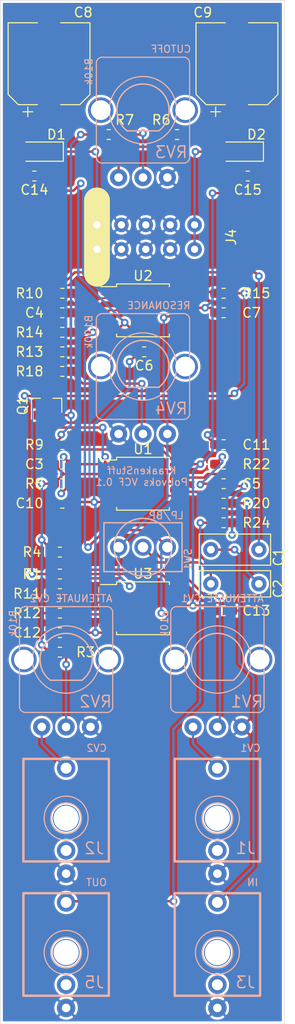
<source format=kicad_pcb>
(kicad_pcb (version 20171130) (host pcbnew "(5.1.5)-3")
  (layers (0 F.Cu signal) (31 B.Cu signal) (34 B.Paste user) (35 F.Paste user) (36 B.SilkS user) (37 F.SilkS user) (38 B.Mask user) (39 F.Mask user) (44 Edge.Cuts user))
  (net 0 "")
  (net 1 "Net-(C1-Pad1)")
  (net 2 "Net-(C1-Pad2)")
  (net 3 "Net-(C2-Pad1)")
  (net 4 "Net-(C2-Pad2)")
  (net 5 "Net-(C3-Pad2)")
  (net 6 "Net-(C3-Pad1)")
  (net 7 "Net-(C4-Pad1)")
  (net 8 "Net-(C4-Pad2)")
  (net 9 "Net-(C5-Pad1)")
  (net 10 "Net-(C5-Pad2)")
  (net 11 GND)
  (net 12 "Net-(D1-Pad1)")
  (net 13 "Net-(D2-Pad2)")
  (net 14 "Net-(J1-PadTN)")
  (net 15 "Net-(J1-PadT)")
  (net 16 "Net-(J2-PadTN)")
  (net 17 "Net-(J2-PadT)")
  (net 18 "Net-(J3-PadTN)")
  (net 19 "Net-(J5-PadT)")
  (net 20 "Net-(J5-PadTN)")
  (net 21 "Net-(Q1-Pad3)")
  (net 22 "Net-(R1-Pad1)")
  (net 23 "Net-(R3-Pad2)")
  (net 24 "Net-(R4-Pad2)")
  (net 25 "Net-(R6-Pad1)")
  (net 26 +12V)
  (net 27 "Net-(R7-Pad2)")
  (net 28 "Net-(R11-Pad1)")
  (net 29 "Net-(R11-Pad2)")
  (net 30 "Net-(R15-Pad1)")
  (net 31 "Net-(R18-Pad1)")
  (net 32 "Net-(U2-Pad1)")
  (net 33 -12V)
  (net 34 "Net-(U2-Pad5)")
  (net 35 "Net-(U3-Pad5)")
  (net 36 "Net-(U3-Pad1)")
  (module Capacitor_THT:C_Rect_L7.2mm_W3.0mm_P5.00mm_FKS2_FKP2_MKS2_MKP2 (layer F.Cu) (at 277.876 74.168 180)
    (fp_text reference C1 (at -2.032 -0.762 90) (layer F.SilkS))
    (fp_text value 220n)
    (pad 1 thru_hole circle (at 0 0 180) (size 1.6 1.6) (drill 0.8) (layers *.Cu *.Mask) (net 1 "Net-(C1-Pad1)"))
    (pad 2 thru_hole circle (at 5 0 180) (size 1.6 1.6) (drill 0.8) (layers *.Cu *.Mask) (net 2 "Net-(C1-Pad2)"))
  )
  (module Capacitor_THT:C_Rect_L7.2mm_W2.5mm_P5.00mm_FKS2_FKP2_MKS2_MKP2 (layer F.Cu) (at 277.876 77.724 180)
    (fp_text reference C2 (at -2.032 -0.508 90) (layer F.SilkS))
    (fp_text value 100n)
    (pad 1 thru_hole circle (at 0 0 180) (size 1.6 1.6) (drill 0.8) (layers *.Cu *.Mask) (net 3 "Net-(C2-Pad1)"))
    (pad 2 thru_hole circle (at 5 0 180) (size 1.6 1.6) (drill 0.8) (layers *.Cu *.Mask) (net 4 "Net-(C2-Pad2)"))
  )
  (module Capacitor_SMD:C_0603_1608Metric_Pad1.05x0.95mm_HandSolder (layer F.Cu) (at 257.415 65.278 180)
    (fp_text reference C3 (at 2.907 0) (layer F.SilkS))
    (fp_text value 100p)
    (pad 2 smd roundrect (at 0.875 0 180) (size 1.05 0.95) (layers F.Cu F.Paste F.Mask) (net 5 "Net-(C3-Pad2)"))
    (pad 1 smd roundrect (at -0.875 0 180) (size 1.05 0.95) (layers F.Cu F.Paste F.Mask) (net 6 "Net-(C3-Pad1)"))
  )
  (module Capacitor_SMD:C_0603_1608Metric_Pad1.05x0.95mm_HandSolder (layer F.Cu) (at 257.415 49.53)
    (fp_text reference C4 (at -2.907 0) (layer F.SilkS))
    (fp_text value 100p)
    (pad 1 smd roundrect (at -0.875 0) (size 1.05 0.95) (layers F.Cu F.Paste F.Mask) (net 7 "Net-(C4-Pad1)"))
    (pad 2 smd roundrect (at 0.875 0) (size 1.05 0.95) (layers F.Cu F.Paste F.Mask) (net 8 "Net-(C4-Pad2)"))
  )
  (module Capacitor_SMD:C_0603_1608Metric_Pad1.05x0.95mm_HandSolder (layer F.Cu) (at 274.207 67.31 180)
    (fp_text reference C5 (at -2.907 0) (layer F.SilkS))
    (fp_text value 100p)
    (pad 2 smd roundrect (at 0.875 0 180) (size 1.05 0.95) (layers F.Cu F.Paste F.Mask) (net 10 "Net-(C5-Pad2)"))
    (pad 1 smd roundrect (at -0.875 0 180) (size 1.05 0.95) (layers F.Cu F.Paste F.Mask) (net 9 "Net-(C5-Pad1)"))
  )
  (module Capacitor_SMD:C_0603_1608Metric_Pad1.05x0.95mm_HandSolder (layer F.Cu) (at 265.938 53.594 180)
    (fp_text reference C6 (at 0 -1.43) (layer F.SilkS))
    (fp_text value 100n)
    (pad 2 smd roundrect (at 0.875 0 180) (size 1.05 0.95) (layers F.Cu F.Paste F.Mask) (net 33 -12V))
    (pad 1 smd roundrect (at -0.875 0 180) (size 1.05 0.95) (layers F.Cu F.Paste F.Mask) (net 11 GND))
  )
  (module Capacitor_SMD:C_0603_1608Metric_Pad1.05x0.95mm_HandSolder (layer F.Cu) (at 274.207 49.53)
    (fp_text reference C7 (at 2.907 0) (layer F.SilkS))
    (fp_text value 100n)
    (pad 1 smd roundrect (at -0.875 0) (size 1.05 0.95) (layers F.Cu F.Paste F.Mask) (net 26 +12V))
    (pad 2 smd roundrect (at 0.875 0) (size 1.05 0.95) (layers F.Cu F.Paste F.Mask) (net 11 GND))
  )
  (module Capacitor_SMD:CP_Elec_8x6.9 (layer F.Cu) (at 256.032 23.622 90)
    (fp_text reference C8 (at 5.334 3.556 180) (layer F.SilkS))
    (fp_text value 10u)
    (pad 1 smd roundrect (at -3.475 0 90) (size 4.15 1.9) (layers F.Cu F.Paste F.Mask) (roundrect_rratio 0.131579) (net 11 GND))
    (pad 2 smd roundrect (at 3.475 0 90) (size 4.15 1.9) (layers F.Cu F.Paste F.Mask) (roundrect_rratio 0.131579) (net 33 -12V))
  )
  (module Capacitor_SMD:CP_Elec_8x6.9 (layer F.Cu) (at 275.59 23.622 90)
    (fp_text reference C9 (at 5.334 -3.556 180) (layer F.SilkS))
    (fp_text value 10u)
    (pad 2 smd roundrect (at 3.475 0 90) (size 4.15 1.9) (layers F.Cu F.Paste F.Mask) (roundrect_rratio 0.131579) (net 11 GND))
    (pad 1 smd roundrect (at -3.475 0 90) (size 4.15 1.9) (layers F.Cu F.Paste F.Mask) (roundrect_rratio 0.131579) (net 26 +12V))
  )
  (module Capacitor_SMD:C_0603_1608Metric_Pad1.05x0.95mm_HandSolder (layer F.Cu) (at 257.415 69.342)
    (fp_text reference C10 (at -3.415 0) (layer F.SilkS))
    (fp_text value 100n)
    (pad 2 smd roundrect (at 0.875 0) (size 1.05 0.95) (layers F.Cu F.Paste F.Mask) (net 33 -12V))
    (pad 1 smd roundrect (at -0.875 0) (size 1.05 0.95) (layers F.Cu F.Paste F.Mask) (net 11 GND))
  )
  (module Capacitor_SMD:C_0603_1608Metric_Pad1.05x0.95mm_HandSolder (layer F.Cu) (at 274.207 63.246)
    (fp_text reference C11 (at 3.415 0) (layer F.SilkS))
    (fp_text value 100n)
    (pad 1 smd roundrect (at -0.875 0) (size 1.05 0.95) (layers F.Cu F.Paste F.Mask) (net 26 +12V))
    (pad 2 smd roundrect (at 0.875 0) (size 1.05 0.95) (layers F.Cu F.Paste F.Mask) (net 11 GND))
  )
  (module Capacitor_SMD:C_0603_1608Metric_Pad1.05x0.95mm_HandSolder (layer F.Cu) (at 257.161 82.804)
    (fp_text reference C12 (at -3.415 0) (layer F.SilkS))
    (fp_text value 100n)
    (pad 2 smd roundrect (at 0.875 0) (size 1.05 0.95) (layers F.Cu F.Paste F.Mask) (net 33 -12V))
    (pad 1 smd roundrect (at -0.875 0) (size 1.05 0.95) (layers F.Cu F.Paste F.Mask) (net 11 GND))
  )
  (module Capacitor_SMD:C_0603_1608Metric_Pad1.05x0.95mm_HandSolder (layer F.Cu) (at 274.207 80.518)
    (fp_text reference C13 (at 3.415 0) (layer F.SilkS))
    (fp_text value 100n)
    (pad 1 smd roundrect (at -0.875 0) (size 1.05 0.95) (layers F.Cu F.Paste F.Mask) (net 26 +12V))
    (pad 2 smd roundrect (at 0.875 0) (size 1.05 0.95) (layers F.Cu F.Paste F.Mask) (net 11 GND))
  )
  (module Capacitor_SMD:C_0603_1608Metric_Pad1.05x0.95mm_HandSolder (layer F.Cu) (at 254.508 35.306 180)
    (fp_text reference C14 (at 0 -1.43) (layer F.SilkS))
    (fp_text value 100n)
    (pad 2 smd roundrect (at 0.875 0 180) (size 1.05 0.95) (layers F.Cu F.Paste F.Mask) (net 33 -12V))
    (pad 1 smd roundrect (at -0.875 0 180) (size 1.05 0.95) (layers F.Cu F.Paste F.Mask) (net 11 GND))
  )
  (module Capacitor_SMD:C_0603_1608Metric_Pad1.05x0.95mm_HandSolder (layer F.Cu) (at 276.719 35.306 180)
    (fp_text reference C15 (at 0 -1.43) (layer F.SilkS))
    (fp_text value 100n)
    (pad 1 smd roundrect (at -0.875 0 180) (size 1.05 0.95) (layers F.Cu F.Paste F.Mask) (net 26 +12V))
    (pad 2 smd roundrect (at 0.875 0 180) (size 1.05 0.95) (layers F.Cu F.Paste F.Mask) (net 11 GND))
  )
  (module Kraakenstuff:PJ301M-12 (layer B.Cu) (at 273.557837 102.108 270)
    (fp_text reference J1 (at 3.81 -4.064163 180) (layer B.SilkS) (effects (font (size 1.2065 1.2065) (thickness 0.1524)) (justify left bottom mirror)))
    (fp_text value CV1 (at -6.858 -4.572163 180) (layer B.SilkS) (effects (font (size 0.75 0.75) (thickness 0.12)) (justify left bottom mirror)))
    (pad "" np_thru_hole circle (at 0 0 270) (size 2.8 2.8) (drill 2.6) (layers *.Cu *.Mask))
    (pad TN thru_hole circle (at 3.3528 0 270) (size 1.9304 1.9304) (drill 1.143) (layers *.Cu *.Mask) (net 14 "Net-(J1-PadTN)"))
    (pad S thru_hole circle (at 5.7658 0 270) (size 1.9304 1.9304) (drill 0.889) (layers *.Cu *.Mask) (net 11 GND))
    (pad T thru_hole circle (at -5.207 0 270) (size 1.9304 1.9304) (drill 1.143) (layers *.Cu *.Mask) (net 15 "Net-(J1-PadT)"))
  )
  (module Kraakenstuff:PJ301M-12 (layer B.Cu) (at 257.809837 102.108 270)
    (fp_text reference J2 (at 3.8354 -4.064163 180) (layer B.SilkS) (effects (font (size 1.2065 1.2065) (thickness 0.1524)) (justify left bottom mirror)))
    (fp_text value CV2 (at -6.858 -4.318163 180) (layer B.SilkS) (effects (font (size 0.75 0.75) (thickness 0.12)) (justify left bottom mirror)))
    (pad "" np_thru_hole circle (at 0 0 270) (size 2.8 2.8) (drill 2.6) (layers *.Cu *.Mask))
    (pad TN thru_hole circle (at 3.3528 0 270) (size 1.9304 1.9304) (drill 1.143) (layers *.Cu *.Mask) (net 16 "Net-(J2-PadTN)"))
    (pad S thru_hole circle (at 5.7658 0 270) (size 1.9304 1.9304) (drill 0.889) (layers *.Cu *.Mask) (net 11 GND))
    (pad T thru_hole circle (at -5.207 0 270) (size 1.9304 1.9304) (drill 1.143) (layers *.Cu *.Mask) (net 17 "Net-(J2-PadT)"))
  )
  (module Kraakenstuff:PJ301M-12 (layer B.Cu) (at 273.557837 116.078 270)
    (fp_text reference J3 (at 3.81 -4.064163 180) (layer B.SilkS) (effects (font (size 1.2065 1.2065) (thickness 0.1524)) (justify left bottom mirror)))
    (fp_text value IN (at -6.858 -4.318163 180) (layer B.SilkS) (effects (font (size 0.75 0.75) (thickness 0.12)) (justify left bottom mirror)))
    (pad T thru_hole circle (at -5.207 0 270) (size 1.9304 1.9304) (drill 1.143) (layers *.Cu *.Mask) (net 2 "Net-(C1-Pad2)"))
    (pad S thru_hole circle (at 5.7658 0 270) (size 1.9304 1.9304) (drill 0.889) (layers *.Cu *.Mask) (net 11 GND))
    (pad TN thru_hole circle (at 3.3528 0 270) (size 1.9304 1.9304) (drill 1.143) (layers *.Cu *.Mask) (net 18 "Net-(J3-PadTN)"))
    (pad "" np_thru_hole circle (at 0 0 270) (size 2.8 2.8) (drill 2.6) (layers *.Cu *.Mask))
  )
  (module Kraakenstuff:EuroHeader10 (layer F.Cu) (at 266.102501 41.656 90)
    (fp_text reference J4 (at 0 8.89 90) (layer F.SilkS))
    (fp_text value EuroPower)
    (pad 1 thru_hole rect (at -1.27 -5.08 90) (size 1.524 1.524) (drill 0.762) (layers *.Cu *.Mask) (net 12 "Net-(D1-Pad1)"))
    (pad 2 thru_hole circle (at 1.27 -5.08 90) (size 1.524 1.524) (drill 0.762) (layers *.Cu *.Mask) (net 12 "Net-(D1-Pad1)"))
    (pad 3 thru_hole circle (at -1.27 -2.54 90) (size 1.524 1.524) (drill 0.762) (layers *.Cu *.Mask) (net 11 GND))
    (pad 4 thru_hole circle (at 1.27 -2.54 90) (size 1.524 1.524) (drill 0.762) (layers *.Cu *.Mask) (net 11 GND))
    (pad 5 thru_hole circle (at -1.27 0 90) (size 1.524 1.524) (drill 0.762) (layers *.Cu *.Mask) (net 11 GND))
    (pad 6 thru_hole circle (at 1.27 0 90) (size 1.524 1.524) (drill 0.762) (layers *.Cu *.Mask) (net 11 GND))
    (pad 7 thru_hole circle (at -1.27 2.54 90) (size 1.524 1.524) (drill 0.762) (layers *.Cu *.Mask) (net 11 GND))
    (pad 8 thru_hole circle (at 1.27 2.54 90) (size 1.524 1.524) (drill 0.762) (layers *.Cu *.Mask) (net 11 GND))
    (pad 9 thru_hole circle (at -1.27 5.08 90) (size 1.524 1.524) (drill 0.762) (layers *.Cu *.Mask) (net 13 "Net-(D2-Pad2)"))
    (pad 10 thru_hole circle (at 1.27 5.08 90) (size 1.524 1.524) (drill 0.762) (layers *.Cu *.Mask) (net 13 "Net-(D2-Pad2)"))
  )
  (module Kraakenstuff:PJ301M-12 (layer B.Cu) (at 257.809837 116.078 270)
    (fp_text reference J5 (at 3.81 -4.064163 180) (layer B.SilkS) (effects (font (size 1.2065 1.2065) (thickness 0.1524)) (justify left bottom mirror)))
    (fp_text value OUT (at -6.858 -4.318163 180) (layer B.SilkS) (effects (font (size 0.75 0.75) (thickness 0.12)) (justify left bottom mirror)))
    (pad T thru_hole circle (at -5.207 0 270) (size 1.9304 1.9304) (drill 1.143) (layers *.Cu *.Mask) (net 19 "Net-(J5-PadT)"))
    (pad S thru_hole circle (at 5.7658 0 270) (size 1.9304 1.9304) (drill 0.889) (layers *.Cu *.Mask) (net 11 GND))
    (pad TN thru_hole circle (at 3.3528 0 270) (size 1.9304 1.9304) (drill 1.143) (layers *.Cu *.Mask) (net 20 "Net-(J5-PadTN)"))
    (pad "" np_thru_hole circle (at 0 0 270) (size 2.8 2.8) (drill 2.6) (layers *.Cu *.Mask))
  )
  (module Package_TO_SOT_SMD:SOT-23 (layer F.Cu) (at 255.778 59.182 90)
    (fp_text reference Q1 (at 0 -2.5 90) (layer F.SilkS))
    (fp_text value 2N3904)
    (pad 1 smd rect (at -1 -0.95 90) (size 0.9 0.8) (layers F.Cu F.Paste F.Mask) (net 6 "Net-(C3-Pad1)"))
    (pad 2 smd rect (at -1 0.95 90) (size 0.9 0.8) (layers F.Cu F.Paste F.Mask) (net 5 "Net-(C3-Pad2)"))
    (pad 3 smd rect (at 1 0 90) (size 0.9 0.8) (layers F.Cu F.Paste F.Mask) (net 21 "Net-(Q1-Pad3)"))
  )
  (module Resistor_SMD:R_0603_1608Metric_Pad1.05x0.95mm_HandSolder (layer F.Cu) (at 257.161 76.708 180)
    (fp_text reference R1 (at 2.907 0) (layer F.SilkS))
    (fp_text value 1M)
    (pad 1 smd roundrect (at -0.875 0 180) (size 1.05 0.95) (layers F.Cu F.Paste F.Mask) (net 22 "Net-(R1-Pad1)"))
    (pad 2 smd roundrect (at 0.875 0 180) (size 1.05 0.95) (layers F.Cu F.Paste F.Mask) (net 21 "Net-(Q1-Pad3)"))
  )
  (module Resistor_SMD:R_0603_1608Metric_Pad1.05x0.95mm_HandSolder (layer F.Cu) (at 257.161 84.836)
    (fp_text reference R3 (at 2.681 0) (layer F.SilkS))
    (fp_text value 100k)
    (pad 1 smd roundrect (at -0.875 0) (size 1.05 0.95) (layers F.Cu F.Paste F.Mask) (net 5 "Net-(C3-Pad2)"))
    (pad 2 smd roundrect (at 0.875 0) (size 1.05 0.95) (layers F.Cu F.Paste F.Mask) (net 23 "Net-(R3-Pad2)"))
  )
  (module Resistor_SMD:R_0603_1608Metric_Pad1.05x0.95mm_HandSolder (layer F.Cu) (at 257.161 74.422)
    (fp_text reference R4 (at -2.907 0) (layer F.SilkS))
    (fp_text value 100k)
    (pad 2 smd roundrect (at 0.875 0) (size 1.05 0.95) (layers F.Cu F.Paste F.Mask) (net 24 "Net-(R4-Pad2)"))
    (pad 1 smd roundrect (at -0.875 0) (size 1.05 0.95) (layers F.Cu F.Paste F.Mask) (net 5 "Net-(C3-Pad2)"))
  )
  (module Resistor_SMD:R_0603_1608Metric_Pad1.05x0.95mm_HandSolder (layer F.Cu) (at 269.353 30.988)
    (fp_text reference R6 (at -1.637 -1.524) (layer F.SilkS))
    (fp_text value 10k)
    (pad 1 smd roundrect (at -0.875 0) (size 1.05 0.95) (layers F.Cu F.Paste F.Mask) (net 25 "Net-(R6-Pad1)"))
    (pad 2 smd roundrect (at 0.875 0) (size 1.05 0.95) (layers F.Cu F.Paste F.Mask) (net 26 +12V))
  )
  (module Resistor_SMD:R_0603_1608Metric_Pad1.05x0.95mm_HandSolder (layer F.Cu) (at 262.241 30.988)
    (fp_text reference R7 (at 1.665 -1.524) (layer F.SilkS))
    (fp_text value 100k)
    (pad 2 smd roundrect (at 0.875 0) (size 1.05 0.95) (layers F.Cu F.Paste F.Mask) (net 27 "Net-(R7-Pad2)"))
    (pad 1 smd roundrect (at -0.875 0) (size 1.05 0.95) (layers F.Cu F.Paste F.Mask) (net 5 "Net-(C3-Pad2)"))
  )
  (module Resistor_SMD:R_0603_1608Metric_Pad1.05x0.95mm_HandSolder (layer F.Cu) (at 257.415 67.31 180)
    (fp_text reference R8 (at 2.907 0) (layer F.SilkS))
    (fp_text value 3.3k)
    (pad 2 smd roundrect (at 0.875 0 180) (size 1.05 0.95) (layers F.Cu F.Paste F.Mask) (net 5 "Net-(C3-Pad2)"))
    (pad 1 smd roundrect (at -0.875 0 180) (size 1.05 0.95) (layers F.Cu F.Paste F.Mask) (net 6 "Net-(C3-Pad1)"))
  )
  (module Resistor_SMD:R_0603_1608Metric_Pad1.05x0.95mm_HandSolder (layer F.Cu) (at 257.415 63.246)
    (fp_text reference R9 (at -2.907 0) (layer F.SilkS))
    (fp_text value 100k)
    (pad 1 smd roundrect (at -0.875 0) (size 1.05 0.95) (layers F.Cu F.Paste F.Mask) (net 5 "Net-(C3-Pad2)"))
    (pad 2 smd roundrect (at 0.875 0) (size 1.05 0.95) (layers F.Cu F.Paste F.Mask) (net 26 +12V))
  )
  (module Resistor_SMD:R_0603_1608Metric_Pad1.05x0.95mm_HandSolder (layer F.Cu) (at 257.415 47.498 180)
    (fp_text reference R10 (at 3.415 0) (layer F.SilkS))
    (fp_text value 47k)
    (pad 2 smd roundrect (at 0.875 0 180) (size 1.05 0.95) (layers F.Cu F.Paste F.Mask) (net 1 "Net-(C1-Pad1)"))
    (pad 1 smd roundrect (at -0.875 0 180) (size 1.05 0.95) (layers F.Cu F.Paste F.Mask) (net 7 "Net-(C4-Pad1)"))
  )
  (module Resistor_SMD:R_0603_1608Metric_Pad1.05x0.95mm_HandSolder (layer F.Cu) (at 257.161 78.74 180)
    (fp_text reference R11 (at 3.415 0) (layer F.SilkS))
    (fp_text value 47k)
    (pad 1 smd roundrect (at -0.875 0 180) (size 1.05 0.95) (layers F.Cu F.Paste F.Mask) (net 28 "Net-(R11-Pad1)"))
    (pad 2 smd roundrect (at 0.875 0 180) (size 1.05 0.95) (layers F.Cu F.Paste F.Mask) (net 29 "Net-(R11-Pad2)"))
  )
  (module Resistor_SMD:R_0603_1608Metric_Pad1.05x0.95mm_HandSolder (layer F.Cu) (at 257.161 80.772)
    (fp_text reference R12 (at -3.415 0) (layer F.SilkS))
    (fp_text value 1k)
    (pad 2 smd roundrect (at 0.875 0) (size 1.05 0.95) (layers F.Cu F.Paste F.Mask) (net 29 "Net-(R11-Pad2)"))
    (pad 1 smd roundrect (at -0.875 0) (size 1.05 0.95) (layers F.Cu F.Paste F.Mask) (net 11 GND))
  )
  (module Resistor_SMD:R_0603_1608Metric_Pad1.05x0.95mm_HandSolder (layer F.Cu) (at 257.415 53.594 180)
    (fp_text reference R13 (at 3.415 0) (layer F.SilkS))
    (fp_text value 1k)
    (pad 1 smd roundrect (at -0.875 0 180) (size 1.05 0.95) (layers F.Cu F.Paste F.Mask) (net 11 GND))
    (pad 2 smd roundrect (at 0.875 0 180) (size 1.05 0.95) (layers F.Cu F.Paste F.Mask) (net 7 "Net-(C4-Pad1)"))
  )
  (module Resistor_SMD:R_0603_1608Metric_Pad1.05x0.95mm_HandSolder (layer F.Cu) (at 257.415 51.562)
    (fp_text reference R14 (at -3.415 0) (layer F.SilkS))
    (fp_text value 47k)
    (pad 2 smd roundrect (at 0.875 0) (size 1.05 0.95) (layers F.Cu F.Paste F.Mask) (net 8 "Net-(C4-Pad2)"))
    (pad 1 smd roundrect (at -0.875 0) (size 1.05 0.95) (layers F.Cu F.Paste F.Mask) (net 7 "Net-(C4-Pad1)"))
  )
  (module Resistor_SMD:R_0603_1608Metric_Pad1.05x0.95mm_HandSolder (layer F.Cu) (at 274.207 47.498)
    (fp_text reference R15 (at 3.415 0) (layer F.SilkS))
    (fp_text value 1M)
    (pad 2 smd roundrect (at 0.875 0) (size 1.05 0.95) (layers F.Cu F.Paste F.Mask) (net 21 "Net-(Q1-Pad3)"))
    (pad 1 smd roundrect (at -0.875 0) (size 1.05 0.95) (layers F.Cu F.Paste F.Mask) (net 30 "Net-(R15-Pad1)"))
  )
  (module Resistor_SMD:R_0603_1608Metric_Pad1.05x0.95mm_HandSolder (layer F.Cu) (at 257.415 55.626 180)
    (fp_text reference R18 (at 3.415 0) (layer F.SilkS))
    (fp_text value 33k)
    (pad 1 smd roundrect (at -0.875 0 180) (size 1.05 0.95) (layers F.Cu F.Paste F.Mask) (net 31 "Net-(R18-Pad1)"))
    (pad 2 smd roundrect (at 0.875 0 180) (size 1.05 0.95) (layers F.Cu F.Paste F.Mask) (net 7 "Net-(C4-Pad1)"))
  )
  (module Resistor_SMD:R_0603_1608Metric_Pad1.05x0.95mm_HandSolder (layer F.Cu) (at 274.207 69.342 180)
    (fp_text reference R20 (at -3.415 0) (layer F.SilkS))
    (fp_text value 100k)
    (pad 2 smd roundrect (at 0.875 0 180) (size 1.05 0.95) (layers F.Cu F.Paste F.Mask) (net 10 "Net-(C5-Pad2)"))
    (pad 1 smd roundrect (at -0.875 0 180) (size 1.05 0.95) (layers F.Cu F.Paste F.Mask) (net 3 "Net-(C2-Pad1)"))
  )
  (module Resistor_SMD:R_0603_1608Metric_Pad1.05x0.95mm_HandSolder (layer F.Cu) (at 274.207 65.278)
    (fp_text reference R22 (at 3.415 0) (layer F.SilkS))
    (fp_text value 100k)
    (pad 1 smd roundrect (at -0.875 0) (size 1.05 0.95) (layers F.Cu F.Paste F.Mask) (net 10 "Net-(C5-Pad2)"))
    (pad 2 smd roundrect (at 0.875 0) (size 1.05 0.95) (layers F.Cu F.Paste F.Mask) (net 9 "Net-(C5-Pad1)"))
  )
  (module Resistor_SMD:R_0603_1608Metric_Pad1.05x0.95mm_HandSolder (layer F.Cu) (at 274.207 71.374 180)
    (fp_text reference R24 (at -3.415 0) (layer F.SilkS))
    (fp_text value 1k)
    (pad 1 smd roundrect (at -0.875 0 180) (size 1.05 0.95) (layers F.Cu F.Paste F.Mask) (net 9 "Net-(C5-Pad1)"))
    (pad 2 smd roundrect (at 0.875 0 180) (size 1.05 0.95) (layers F.Cu F.Paste F.Mask) (net 19 "Net-(J5-PadT)"))
  )
  (module Kraakenstuff:POT-9MM-ALPHA (layer B.Cu) (at 273.558 85.598)
    (fp_text reference RV1 (at 1.27 5.08) (layer B.SilkS) (effects (font (size 1.2065 1.2065) (thickness 0.1524)) (justify right bottom mirror)))
    (fp_text value B10k (at -5.08 -2.286 90) (layer B.SilkS) (effects (font (size 0.75 0.75) (thickness 0.12)) (justify right bottom mirror)))
    (pad 5 thru_hole circle (at -4.394363 0.001843) (size 2.667 2.667) (drill 2.0574) (layers *.Cu *.Mask))
    (pad 4 thru_hole circle (at 4.394037 0.001843) (size 2.667 2.667) (drill 2.0574) (layers *.Cu *.Mask))
    (pad 1 thru_hole circle (at 2.539837 7.012243 90) (size 1.8034 1.8034) (drill 0.889) (layers *.Cu *.Mask) (net 11 GND))
    (pad 2 thru_hole circle (at -0.000163 7.012243 90) (size 1.8034 1.8034) (drill 0.889) (layers *.Cu *.Mask) (net 24 "Net-(R4-Pad2)"))
    (pad 3 thru_hole circle (at -2.540163 7.012243 90) (size 1.8034 1.8034) (drill 0.889) (layers *.Cu *.Mask) (net 15 "Net-(J1-PadT)"))
  )
  (module Kraakenstuff:POT-9MM-ALPHA (layer B.Cu) (at 257.81 85.598)
    (fp_text reference RV2 (at 1.27 5.08) (layer B.SilkS) (effects (font (size 1.2065 1.2065) (thickness 0.1524)) (justify right bottom mirror)))
    (fp_text value B10k (at -5.08 -2.286 90) (layer B.SilkS) (effects (font (size 0.75 0.75) (thickness 0.12)) (justify right bottom mirror)))
    (pad 3 thru_hole circle (at -2.540163 7.012243 90) (size 1.8034 1.8034) (drill 0.889) (layers *.Cu *.Mask) (net 17 "Net-(J2-PadT)"))
    (pad 2 thru_hole circle (at -0.000163 7.012243 90) (size 1.8034 1.8034) (drill 0.889) (layers *.Cu *.Mask) (net 23 "Net-(R3-Pad2)"))
    (pad 1 thru_hole circle (at 2.539837 7.012243 90) (size 1.8034 1.8034) (drill 0.889) (layers *.Cu *.Mask) (net 11 GND))
    (pad 4 thru_hole circle (at 4.394037 0.001843) (size 2.667 2.667) (drill 2.0574) (layers *.Cu *.Mask))
    (pad 5 thru_hole circle (at -4.394363 0.001843) (size 2.667 2.667) (drill 2.0574) (layers *.Cu *.Mask))
  )
  (module Kraakenstuff:POT-9MM-ALPHA (layer B.Cu) (at 265.811163 28.448)
    (fp_text reference RV3 (at 1.142837 5.08) (layer B.SilkS) (effects (font (size 1.2065 1.2065) (thickness 0.1524)) (justify right bottom mirror)))
    (fp_text value B10k (at -5.207163 -2.54 90) (layer B.SilkS) (effects (font (size 0.75 0.75) (thickness 0.12)) (justify right bottom mirror)))
    (pad 5 thru_hole circle (at -4.394363 0.001843) (size 2.667 2.667) (drill 2.0574) (layers *.Cu *.Mask))
    (pad 4 thru_hole circle (at 4.394037 0.001843) (size 2.667 2.667) (drill 2.0574) (layers *.Cu *.Mask))
    (pad 1 thru_hole circle (at 2.539837 7.012243 90) (size 1.8034 1.8034) (drill 0.889) (layers *.Cu *.Mask) (net 11 GND))
    (pad 2 thru_hole circle (at -0.000163 7.012243 90) (size 1.8034 1.8034) (drill 0.889) (layers *.Cu *.Mask) (net 27 "Net-(R7-Pad2)"))
    (pad 3 thru_hole circle (at -2.540163 7.012243 90) (size 1.8034 1.8034) (drill 0.889) (layers *.Cu *.Mask) (net 25 "Net-(R6-Pad1)"))
  )
  (module Kraakenstuff:POT-9MM-ALPHA (layer B.Cu) (at 265.811163 55.118)
    (fp_text reference RV4 (at 1.142837 5.08) (layer B.SilkS) (effects (font (size 1.2065 1.2065) (thickness 0.1524)) (justify right bottom mirror)))
    (fp_text value B100k (at -5.207163 -1.778 90) (layer B.SilkS) (effects (font (size 0.75 0.75) (thickness 0.12)) (justify right bottom mirror)))
    (pad 3 thru_hole circle (at -2.540163 7.012243 90) (size 1.8034 1.8034) (drill 0.889) (layers *.Cu *.Mask) (net 11 GND))
    (pad 2 thru_hole circle (at -0.000163 7.012243 90) (size 1.8034 1.8034) (drill 0.889) (layers *.Cu *.Mask) (net 31 "Net-(R18-Pad1)"))
    (pad 1 thru_hole circle (at 2.539837 7.012243 90) (size 1.8034 1.8034) (drill 0.889) (layers *.Cu *.Mask) (net 28 "Net-(R11-Pad1)"))
    (pad 4 thru_hole circle (at 4.394037 0.001843) (size 2.667 2.667) (drill 2.0574) (layers *.Cu *.Mask))
    (pad 5 thru_hole circle (at -4.394363 0.001843) (size 2.667 2.667) (drill 2.0574) (layers *.Cu *.Mask))
  )
  (module Kraakenstuff:SubSwitch_SPDT (layer B.Cu) (at 265.811 73.914 270)
    (fp_text reference SW1 (at 1.27 -4.699 90) (layer B.SilkS) (effects (font (size 0.75 0.75) (thickness 0.12)) (justify mirror)))
    (fp_text value SW_SPDT)
    (pad 1 thru_hole circle (at 0 -2.54 270) (size 1.8 1.8) (drill 1.09) (layers *.Cu *.Mask) (net 8 "Net-(C4-Pad2)"))
    (pad 2 thru_hole circle (at 0 0 270) (size 1.8 1.8) (drill 1.09) (layers *.Cu *.Mask) (net 4 "Net-(C2-Pad2)"))
    (pad 3 thru_hole circle (at 0 2.54 270) (size 1.8 1.8) (drill 1.09) (layers *.Cu *.Mask) (net 28 "Net-(R11-Pad1)"))
  )
  (module Package_SO:SOIC-8_5.275x5.275mm_P1.27mm (layer F.Cu) (at 265.811 67.31)
    (fp_text reference U1 (at 0 -3.59) (layer F.SilkS))
    (fp_text value TL072)
    (pad 1 smd roundrect (at -3.6 -1.905) (size 1.6 0.6) (layers F.Cu F.Paste F.Mask) (net 6 "Net-(C3-Pad1)"))
    (pad 2 smd roundrect (at -3.6 -0.635) (size 1.6 0.6) (layers F.Cu F.Paste F.Mask) (net 5 "Net-(C3-Pad2)"))
    (pad 3 smd roundrect (at -3.6 0.635) (size 1.6 0.6) (layers F.Cu F.Paste F.Mask) (net 11 GND))
    (pad 4 smd roundrect (at -3.6 1.905) (size 1.6 0.6) (layers F.Cu F.Paste F.Mask) (net 33 -12V))
    (pad 5 smd roundrect (at 3.6 1.905) (size 1.6 0.6) (layers F.Cu F.Paste F.Mask) (net 11 GND))
    (pad 6 smd roundrect (at 3.6 0.635) (size 1.6 0.6) (layers F.Cu F.Paste F.Mask) (net 10 "Net-(C5-Pad2)"))
    (pad 7 smd roundrect (at 3.6 -0.635) (size 1.6 0.6) (layers F.Cu F.Paste F.Mask) (net 9 "Net-(C5-Pad1)"))
    (pad 8 smd roundrect (at 3.6 -1.905) (size 1.6 0.6) (layers F.Cu F.Paste F.Mask) (net 26 +12V))
  )
  (module Package_SO:SOIC-8_5.275x5.275mm_P1.27mm (layer F.Cu) (at 265.811 49.276)
    (fp_text reference U2 (at 0 -3.59) (layer F.SilkS))
    (fp_text value LM4250)
    (pad 1 smd roundrect (at -3.6 -1.905) (size 1.6 0.6) (layers F.Cu F.Paste F.Mask) (net 32 "Net-(U2-Pad1)"))
    (pad 2 smd roundrect (at -3.6 -0.635) (size 1.6 0.6) (layers F.Cu F.Paste F.Mask) (net 7 "Net-(C4-Pad1)"))
    (pad 3 smd roundrect (at -3.6 0.635) (size 1.6 0.6) (layers F.Cu F.Paste F.Mask) (net 11 GND))
    (pad 4 smd roundrect (at -3.6 1.905) (size 1.6 0.6) (layers F.Cu F.Paste F.Mask) (net 33 -12V))
    (pad 5 smd roundrect (at 3.6 1.905) (size 1.6 0.6) (layers F.Cu F.Paste F.Mask) (net 34 "Net-(U2-Pad5)"))
    (pad 6 smd roundrect (at 3.6 0.635) (size 1.6 0.6) (layers F.Cu F.Paste F.Mask) (net 28 "Net-(R11-Pad1)"))
    (pad 7 smd roundrect (at 3.6 -0.635) (size 1.6 0.6) (layers F.Cu F.Paste F.Mask) (net 26 +12V))
    (pad 8 smd roundrect (at 3.6 -1.905) (size 1.6 0.6) (layers F.Cu F.Paste F.Mask) (net 30 "Net-(R15-Pad1)"))
  )
  (module Package_SO:SOIC-8_5.275x5.275mm_P1.27mm (layer F.Cu) (at 265.811 80.264)
    (fp_text reference U3 (at 0 -3.59) (layer F.SilkS))
    (fp_text value LM4250)
    (pad 8 smd roundrect (at 3.6 -1.905) (size 1.6 0.6) (layers F.Cu F.Paste F.Mask) (net 22 "Net-(R1-Pad1)"))
    (pad 7 smd roundrect (at 3.6 -0.635) (size 1.6 0.6) (layers F.Cu F.Paste F.Mask) (net 26 +12V))
    (pad 6 smd roundrect (at 3.6 0.635) (size 1.6 0.6) (layers F.Cu F.Paste F.Mask) (net 8 "Net-(C4-Pad2)"))
    (pad 5 smd roundrect (at 3.6 1.905) (size 1.6 0.6) (layers F.Cu F.Paste F.Mask) (net 35 "Net-(U3-Pad5)"))
    (pad 4 smd roundrect (at -3.6 1.905) (size 1.6 0.6) (layers F.Cu F.Paste F.Mask) (net 33 -12V))
    (pad 3 smd roundrect (at -3.6 0.635) (size 1.6 0.6) (layers F.Cu F.Paste F.Mask) (net 29 "Net-(R11-Pad2)"))
    (pad 2 smd roundrect (at -3.6 -0.635) (size 1.6 0.6) (layers F.Cu F.Paste F.Mask) (net 11 GND))
    (pad 1 smd roundrect (at -3.6 -1.905) (size 1.6 0.6) (layers F.Cu F.Paste F.Mask) (net 36 "Net-(U3-Pad1)"))
  )
  (module Diode_SMD:D_SOD-123 (layer F.Cu) (at 255.27 32.766 180)
    (fp_text reference D1 (at -1.524 1.778) (layer F.SilkS))
    (fp_text value 1N5819)
    (pad 2 smd rect (at 1.65 0 180) (size 0.9 1.2) (layers F.Cu F.Paste F.Mask) (net 33 -12V))
    (pad 1 smd rect (at -1.65 0 180) (size 0.9 1.2) (layers F.Cu F.Paste F.Mask) (net 12 "Net-(D1-Pad1)"))
  )
  (module Diode_SMD:D_SOD-123 (layer F.Cu) (at 276.098 32.766 180)
    (fp_text reference D2 (at -1.524 1.778) (layer F.SilkS))
    (fp_text value 1N5819)
    (pad 1 smd rect (at -1.65 0 180) (size 0.9 1.2) (layers F.Cu F.Paste F.Mask) (net 26 +12V))
    (pad 2 smd rect (at 1.65 0 180) (size 0.9 1.2) (layers F.Cu F.Paste F.Mask) (net 13 "Net-(D2-Pad2)"))
  )
  (gr_text "KraakenStuff\nPolivoks VCF 0.1" (at 265.684 66.548) (layer B.SilkS) (effects (font (size 0.75 0.75) (thickness 0.12)) (justify mirror)))
  (gr_text "ATTENUATE CV2" (at 258.318 79.248) (layer B.SilkS) (effects (font (size 0.75 0.75) (thickness 0.12)) (justify mirror)))
  (gr_text "ATTENUATE CV1" (at 274.066 79.248) (layer B.SilkS) (effects (font (size 0.75 0.75) (thickness 0.12)) (justify mirror)))
  (gr_text LP/BP (at 268.224 70.612) (layer B.SilkS) (effects (font (size 0.75 0.75) (thickness 0.12)) (justify mirror)))
  (gr_text RESONANCE (at 267.462 48.768) (layer B.SilkS) (effects (font (size 0.75 0.75) (thickness 0.12)) (justify mirror)))
  (gr_text CUTOFF (at 268.732 22.098) (layer B.SilkS) (effects (font (size 0.75 0.75) (thickness 0.12)) (justify mirror)))
  (gr_line (start 280.543 17.018) (end 250.952 17.018) (layer Edge.Cuts) (width 0.05))
  (gr_line (start 280.543 123.518) (end 280.543 17.018) (layer Edge.Cuts) (width 0.05))
  (gr_line (start 250.952 123.518) (end 280.543 123.518) (layer Edge.Cuts) (width 0.05))
  (gr_line (start 250.952 17.018) (end 250.952 123.518) (layer Edge.Cuts) (width 0.05))
  (via (at 277.876 45.72) (size 0.8) (drill 0.4) (layers F.Cu B.Cu) (net 1))
  (segment (start 277.876 74.168) (end 277.876 45.72) (width 0.25) (layer B.Cu) (net 1))
  (segment (start 257.039072 46.998928) (end 256.54 47.498) (width 0.25) (layer F.Cu) (net 1))
  (segment (start 258.717999 45.320001) (end 257.039072 46.998928) (width 0.25) (layer F.Cu) (net 1))
  (segment (start 277.476001 45.320001) (end 258.717999 45.320001) (width 0.25) (layer F.Cu) (net 1))
  (segment (start 277.876 45.72) (end 277.476001 45.320001) (width 0.25) (layer F.Cu) (net 1))
  (segment (start 277.324538 87.426926) (end 275.844 85.946388) (width 0.25) (layer B.Cu) (net 2))
  (segment (start 273.557837 110.871) (end 277.324538 107.104299) (width 0.25) (layer B.Cu) (net 2))
  (segment (start 277.324538 107.104299) (end 277.324538 87.426926) (width 0.25) (layer B.Cu) (net 2))
  (via (at 275.336 74.168) (size 0.8) (drill 0.4) (layers F.Cu B.Cu) (net 2))
  (segment (start 275.844 85.946388) (end 275.844 74.676) (width 0.25) (layer B.Cu) (net 2))
  (segment (start 275.844 74.676) (end 275.336 74.168) (width 0.25) (layer B.Cu) (net 2))
  (segment (start 275.336 74.168) (end 272.876 74.168) (width 0.25) (layer F.Cu) (net 2))
  (via (at 276.606 69.342) (size 0.8) (drill 0.4) (layers F.Cu B.Cu) (net 3))
  (segment (start 277.876 77.724) (end 276.606 76.454) (width 0.25) (layer B.Cu) (net 3))
  (segment (start 276.606 76.454) (end 276.606 69.342) (width 0.25) (layer B.Cu) (net 3))
  (segment (start 276.606 69.342) (end 275.082 69.342) (width 0.25) (layer F.Cu) (net 3))
  (segment (start 272.876 76.59263) (end 271.78487 75.5015) (width 0.25) (layer F.Cu) (net 4))
  (segment (start 272.876 77.724) (end 272.876 76.59263) (width 0.25) (layer F.Cu) (net 4))
  (segment (start 271.78487 75.5015) (end 267.3985 75.5015) (width 0.25) (layer F.Cu) (net 4))
  (segment (start 265.811 73.914) (end 267.3985 75.5015) (width 0.25) (layer F.Cu) (net 4))
  (via (at 258.318 60.198) (size 0.8) (drill 0.4) (layers F.Cu B.Cu) (net 5))
  (segment (start 256.728 60.182) (end 258.302 60.182) (width 0.25) (layer F.Cu) (net 5))
  (segment (start 258.302 60.182) (end 258.318 60.198) (width 0.25) (layer F.Cu) (net 5))
  (via (at 259.334 30.988) (size 0.8) (drill 0.4) (layers F.Cu B.Cu) (net 5))
  (segment (start 259.334 30.988) (end 261.366 30.988) (width 0.25) (layer F.Cu) (net 5))
  (segment (start 258.318 32.004) (end 259.334 30.988) (width 0.25) (layer B.Cu) (net 5))
  (segment (start 258.318 60.198) (end 258.318 32.004) (width 0.25) (layer B.Cu) (net 5))
  (segment (start 261.84029 66.30429) (end 262.211 66.675) (width 0.25) (layer F.Cu) (net 5))
  (segment (start 256.54 67.31) (end 257.54571 66.30429) (width 0.25) (layer F.Cu) (net 5))
  (segment (start 258.318 60.198) (end 258.318 61.177) (width 0.25) (layer B.Cu) (net 5))
  (via (at 257.302 62.193) (size 0.8) (drill 0.4) (layers F.Cu B.Cu) (net 5))
  (segment (start 258.318 61.177) (end 257.302 62.193) (width 0.25) (layer B.Cu) (net 5))
  (segment (start 257.302 62.484) (end 256.54 63.246) (width 0.25) (layer F.Cu) (net 5))
  (segment (start 257.302 62.193) (end 257.302 62.484) (width 0.25) (layer F.Cu) (net 5))
  (segment (start 256.54 63.246) (end 256.54 65.278) (width 0.25) (layer F.Cu) (net 5))
  (segment (start 256.54 65.278) (end 257.56629 66.30429) (width 0.25) (layer F.Cu) (net 5))
  (segment (start 257.54571 66.30429) (end 257.56629 66.30429) (width 0.25) (layer F.Cu) (net 5))
  (segment (start 257.56629 66.30429) (end 261.84029 66.30429) (width 0.25) (layer F.Cu) (net 5))
  (via (at 255.27 73.152) (size 0.8) (drill 0.4) (layers F.Cu B.Cu) (net 5))
  (segment (start 256.286 74.422) (end 256.286 74.168) (width 0.25) (layer F.Cu) (net 5))
  (segment (start 256.286 74.168) (end 255.27 73.152) (width 0.25) (layer F.Cu) (net 5))
  (via (at 255.27 67.31) (size 0.8) (drill 0.4) (layers F.Cu B.Cu) (net 5))
  (segment (start 255.27 73.152) (end 255.27 67.31) (width 0.25) (layer B.Cu) (net 5))
  (segment (start 255.27 67.31) (end 256.54 67.31) (width 0.25) (layer F.Cu) (net 5))
  (via (at 255.27 84.074) (size 0.8) (drill 0.4) (layers F.Cu B.Cu) (net 5))
  (segment (start 256.286 84.836) (end 256.032 84.836) (width 0.25) (layer F.Cu) (net 5))
  (segment (start 256.032 84.836) (end 255.27 84.074) (width 0.25) (layer F.Cu) (net 5))
  (segment (start 255.27 83.508315) (end 255.27 73.152) (width 0.25) (layer B.Cu) (net 5))
  (segment (start 255.27 84.074) (end 255.27 83.508315) (width 0.25) (layer B.Cu) (net 5))
  (segment (start 262.084 65.278) (end 262.211 65.405) (width 0.25) (layer F.Cu) (net 6))
  (segment (start 258.29 65.278) (end 262.084 65.278) (width 0.25) (layer F.Cu) (net 6))
  (segment (start 256.064 61.468) (end 261.62 61.468) (width 0.25) (layer F.Cu) (net 6))
  (segment (start 254.828 60.182) (end 254.828 60.232) (width 0.25) (layer F.Cu) (net 6))
  (via (at 261.62 61.468) (size 0.8) (drill 0.4) (layers F.Cu B.Cu) (net 6))
  (segment (start 254.828 60.232) (end 256.064 61.468) (width 0.25) (layer F.Cu) (net 6))
  (segment (start 261.62 61.468) (end 261.62 64.262) (width 0.25) (layer B.Cu) (net 6))
  (via (at 261.874 64.516) (size 0.8) (drill 0.4) (layers F.Cu B.Cu) (net 6))
  (segment (start 261.62 64.262) (end 261.874 64.516) (width 0.25) (layer B.Cu) (net 6))
  (segment (start 261.874 65.068) (end 262.211 65.405) (width 0.25) (layer F.Cu) (net 6))
  (segment (start 261.874 64.516) (end 261.874 65.068) (width 0.25) (layer F.Cu) (net 6))
  (via (at 257.302 68.326) (size 0.8) (drill 0.4) (layers F.Cu B.Cu) (net 6))
  (segment (start 258.29 67.31) (end 258.29 67.338) (width 0.25) (layer F.Cu) (net 6))
  (segment (start 258.29 67.338) (end 257.302 68.326) (width 0.25) (layer F.Cu) (net 6))
  (via (at 257.556 64.516) (size 0.8) (drill 0.4) (layers F.Cu B.Cu) (net 6))
  (segment (start 257.556 64.544) (end 258.29 65.278) (width 0.25) (layer F.Cu) (net 6))
  (segment (start 257.556 64.516) (end 257.556 64.544) (width 0.25) (layer F.Cu) (net 6))
  (segment (start 257.302 64.77) (end 257.556 64.516) (width 0.25) (layer B.Cu) (net 6))
  (segment (start 257.302 68.326) (end 257.302 64.77) (width 0.25) (layer B.Cu) (net 6))
  (segment (start 259.433 48.641) (end 262.211 48.641) (width 0.25) (layer F.Cu) (net 7))
  (segment (start 258.29 47.498) (end 259.433 48.641) (width 0.25) (layer F.Cu) (net 7))
  (segment (start 256.54 49.248) (end 256.54 49.53) (width 0.25) (layer F.Cu) (net 7))
  (segment (start 258.29 47.498) (end 256.54 49.248) (width 0.25) (layer F.Cu) (net 7))
  (segment (start 256.54 49.53) (end 256.54 51.562) (width 0.25) (layer F.Cu) (net 7))
  (segment (start 256.54 51.562) (end 256.54 53.594) (width 0.25) (layer F.Cu) (net 7))
  (segment (start 256.54 53.594) (end 256.54 55.626) (width 0.25) (layer F.Cu) (net 7))
  (segment (start 269.284 80.772) (end 269.411 80.899) (width 0.25) (layer F.Cu) (net 8))
  (segment (start 258.29 49.53) (end 258.29 51.562) (width 0.25) (layer F.Cu) (net 8))
  (via (at 260.604 51.562) (size 0.8) (drill 0.4) (layers F.Cu B.Cu) (net 8))
  (segment (start 258.29 51.562) (end 260.604 51.562) (width 0.25) (layer F.Cu) (net 8))
  (via (at 260.096 73.914) (size 0.8) (drill 0.4) (layers F.Cu B.Cu) (net 8))
  (segment (start 259.758299 73.576299) (end 260.096 73.914) (width 0.25) (layer B.Cu) (net 8))
  (segment (start 260.604 51.562) (end 259.758299 52.407701) (width 0.25) (layer B.Cu) (net 8))
  (segment (start 259.758299 52.407701) (end 259.758299 73.576299) (width 0.25) (layer B.Cu) (net 8))
  (via (at 267.716 80.772) (size 0.8) (drill 0.4) (layers F.Cu B.Cu) (net 8))
  (segment (start 267.843 80.899) (end 267.716 80.772) (width 0.25) (layer F.Cu) (net 8))
  (segment (start 269.411 80.899) (end 267.843 80.899) (width 0.25) (layer F.Cu) (net 8))
  (segment (start 267.716 74.549) (end 268.351 73.914) (width 0.25) (layer B.Cu) (net 8))
  (segment (start 267.716 80.772) (end 267.716 74.549) (width 0.25) (layer B.Cu) (net 8))
  (segment (start 260.096 73.914) (end 261.874 72.136) (width 0.25) (layer F.Cu) (net 8))
  (segment (start 266.573 72.136) (end 268.351 73.914) (width 0.25) (layer F.Cu) (net 8))
  (segment (start 261.874 72.136) (end 266.573 72.136) (width 0.25) (layer F.Cu) (net 8))
  (segment (start 275.082 67.31) (end 274.07629 66.30429) (width 0.25) (layer F.Cu) (net 9))
  (segment (start 272.161 66.675) (end 272.53171 66.30429) (width 0.25) (layer F.Cu) (net 9))
  (segment (start 269.411 66.675) (end 272.161 66.675) (width 0.25) (layer F.Cu) (net 9))
  (segment (start 274.07629 66.30429) (end 272.53171 66.30429) (width 0.25) (layer F.Cu) (net 9))
  (segment (start 274.582928 65.777072) (end 274.582928 65.797652) (width 0.25) (layer F.Cu) (net 9))
  (segment (start 274.582928 65.797652) (end 274.07629 66.30429) (width 0.25) (layer F.Cu) (net 9))
  (segment (start 275.082 65.278) (end 274.582928 65.777072) (width 0.25) (layer F.Cu) (net 9))
  (via (at 275.082 72.644) (size 0.8) (drill 0.4) (layers F.Cu B.Cu) (net 9))
  (segment (start 275.082 71.374) (end 275.082 72.644) (width 0.25) (layer F.Cu) (net 9))
  (via (at 276.352 67.564) (size 0.8) (drill 0.4) (layers F.Cu B.Cu) (net 9))
  (segment (start 275.082 72.644) (end 275.082 68.834) (width 0.25) (layer B.Cu) (net 9))
  (segment (start 275.082 68.834) (end 276.352 67.564) (width 0.25) (layer B.Cu) (net 9))
  (segment (start 275.336 67.564) (end 275.082 67.31) (width 0.25) (layer F.Cu) (net 9))
  (segment (start 276.352 67.564) (end 275.336 67.564) (width 0.25) (layer F.Cu) (net 9))
  (via (at 271.78 67.4) (size 0.8) (drill 0.4) (layers F.Cu B.Cu) (net 10))
  (segment (start 273.332 67.31) (end 271.87 67.31) (width 0.25) (layer F.Cu) (net 10))
  (segment (start 271.87 67.31) (end 271.78 67.4) (width 0.25) (layer F.Cu) (net 10))
  (segment (start 271.78 67.4) (end 274.066 65.114) (width 0.25) (layer B.Cu) (net 10))
  (via (at 274.066 64.516) (size 0.8) (drill 0.4) (layers F.Cu B.Cu) (net 10))
  (segment (start 274.066 65.114) (end 274.066 64.516) (width 0.25) (layer B.Cu) (net 10))
  (segment (start 274.066 64.544) (end 273.332 65.278) (width 0.25) (layer F.Cu) (net 10))
  (segment (start 274.066 64.516) (end 274.066 64.544) (width 0.25) (layer F.Cu) (net 10))
  (segment (start 270.383 67.945) (end 269.411 67.945) (width 0.25) (layer F.Cu) (net 10))
  (segment (start 270.5895 68.1515) (end 270.383 67.945) (width 0.25) (layer F.Cu) (net 10))
  (segment (start 272.7165 68.1515) (end 270.5895 68.1515) (width 0.25) (layer F.Cu) (net 10))
  (segment (start 273.0655 68.1515) (end 272.7165 68.1515) (width 0.25) (layer F.Cu) (net 10))
  (segment (start 273.332 67.885) (end 273.0655 68.1515) (width 0.25) (layer F.Cu) (net 10))
  (segment (start 273.332 67.31) (end 273.332 67.885) (width 0.25) (layer F.Cu) (net 10))
  (segment (start 273.332 68.418) (end 273.0655 68.1515) (width 0.25) (layer F.Cu) (net 10))
  (segment (start 273.332 69.342) (end 273.332 68.418) (width 0.25) (layer F.Cu) (net 10))
  (via (at 260.858 32.766) (size 0.8) (drill 0.4) (layers F.Cu B.Cu) (net 12))
  (segment (start 260.858 32.766) (end 256.92 32.766) (width 0.25) (layer F.Cu) (net 12))
  (segment (start 261.022501 41.914) (end 261.022501 40.386) (width 0.25) (layer B.Cu) (net 12))
  (segment (start 261.022501 42.926) (end 261.022501 41.914) (width 0.25) (layer B.Cu) (net 12))
  (segment (start 261.022501 32.930501) (end 260.858 32.766) (width 0.25) (layer B.Cu) (net 12))
  (segment (start 261.022501 40.386) (end 261.022501 32.930501) (width 0.25) (layer B.Cu) (net 12))
  (via (at 271.272 32.766) (size 0.8) (drill 0.4) (layers F.Cu B.Cu) (net 13))
  (segment (start 274.448 32.766) (end 271.272 32.766) (width 0.25) (layer F.Cu) (net 13))
  (segment (start 271.272 40.296501) (end 271.182501 40.386) (width 0.25) (layer B.Cu) (net 13))
  (segment (start 271.182501 42.926) (end 271.182501 40.386) (width 0.25) (layer B.Cu) (net 13))
  (segment (start 271.182501 32.855499) (end 271.272 32.766) (width 0.25) (layer B.Cu) (net 13))
  (segment (start 271.182501 40.386) (end 271.182501 32.855499) (width 0.25) (layer B.Cu) (net 13))
  (segment (start 271.017837 94.361) (end 271.017837 92.610243) (width 0.25) (layer B.Cu) (net 15))
  (segment (start 273.557837 96.901) (end 271.017837 94.361) (width 0.25) (layer B.Cu) (net 15))
  (segment (start 255.269837 94.361) (end 255.269837 92.610243) (width 0.25) (layer B.Cu) (net 17))
  (segment (start 257.809837 96.901) (end 255.269837 94.361) (width 0.25) (layer B.Cu) (net 17))
  (via (at 271.78 71.374) (size 0.8) (drill 0.4) (layers F.Cu B.Cu) (net 19))
  (segment (start 273.332 71.374) (end 271.78 71.374) (width 0.25) (layer F.Cu) (net 19))
  (segment (start 271.750999 90.061563) (end 268.986 92.826562) (width 0.25) (layer B.Cu) (net 19))
  (segment (start 271.750999 71.968686) (end 271.750999 90.061563) (width 0.25) (layer B.Cu) (net 19))
  (segment (start 271.78 71.374) (end 271.78 71.939685) (width 0.25) (layer B.Cu) (net 19))
  (segment (start 271.78 71.939685) (end 271.750999 71.968686) (width 0.25) (layer B.Cu) (net 19))
  (via (at 268.986 110.744) (size 0.8) (drill 0.4) (layers F.Cu B.Cu) (net 19))
  (segment (start 268.986 92.826562) (end 268.986 110.744) (width 0.25) (layer B.Cu) (net 19))
  (segment (start 257.936837 110.744) (end 257.809837 110.871) (width 0.25) (layer F.Cu) (net 19))
  (segment (start 268.986 110.744) (end 257.936837 110.744) (width 0.25) (layer F.Cu) (net 19))
  (via (at 275.336 57.912) (size 0.8) (drill 0.4) (layers F.Cu B.Cu) (net 21))
  (segment (start 255.778 58.182) (end 275.066 58.182) (width 0.25) (layer F.Cu) (net 21))
  (segment (start 275.066 58.182) (end 275.336 57.912) (width 0.25) (layer F.Cu) (net 21))
  (via (at 276.352 47.498) (size 0.8) (drill 0.4) (layers F.Cu B.Cu) (net 21))
  (segment (start 275.336 57.912) (end 276.352 56.896) (width 0.25) (layer B.Cu) (net 21))
  (segment (start 276.352 56.896) (end 276.352 47.498) (width 0.25) (layer B.Cu) (net 21))
  (segment (start 276.352 47.498) (end 275.082 47.498) (width 0.25) (layer F.Cu) (net 21))
  (via (at 253.492 58.166) (size 0.8) (drill 0.4) (layers F.Cu B.Cu) (net 21))
  (segment (start 255.778 58.182) (end 253.508 58.182) (width 0.25) (layer F.Cu) (net 21))
  (segment (start 253.508 58.182) (end 253.492 58.166) (width 0.25) (layer F.Cu) (net 21))
  (via (at 254.254 76.708) (size 0.8) (drill 0.4) (layers F.Cu B.Cu) (net 21))
  (segment (start 253.492 58.166) (end 254.254 58.928) (width 0.25) (layer B.Cu) (net 21))
  (segment (start 254.254 58.928) (end 254.254 76.708) (width 0.25) (layer B.Cu) (net 21))
  (segment (start 254.254 76.708) (end 256.286 76.708) (width 0.25) (layer F.Cu) (net 21))
  (segment (start 267.76 76.708) (end 258.036 76.708) (width 0.25) (layer F.Cu) (net 22))
  (segment (start 269.411 78.359) (end 267.76 76.708) (width 0.25) (layer F.Cu) (net 22))
  (segment (start 257.809837 92.610243) (end 257.809837 86.106163) (width 0.25) (layer B.Cu) (net 23))
  (via (at 257.81 86.106) (size 0.8) (drill 0.4) (layers F.Cu B.Cu) (net 23))
  (segment (start 257.809837 86.106163) (end 257.81 86.106) (width 0.25) (layer B.Cu) (net 23))
  (segment (start 257.81 85.062) (end 258.036 84.836) (width 0.25) (layer F.Cu) (net 23))
  (segment (start 257.81 86.106) (end 257.81 85.062) (width 0.25) (layer F.Cu) (net 23))
  (segment (start 259.87199 76.25799) (end 269.55199 76.25799) (width 0.25) (layer F.Cu) (net 24))
  (segment (start 258.036 74.422) (end 259.87199 76.25799) (width 0.25) (layer F.Cu) (net 24))
  (via (at 273.812 78.994) (size 0.8) (drill 0.4) (layers F.Cu B.Cu) (net 24))
  (segment (start 269.55199 76.25799) (end 272.288 78.994) (width 0.25) (layer F.Cu) (net 24))
  (segment (start 272.288 78.994) (end 273.812 78.994) (width 0.25) (layer F.Cu) (net 24))
  (segment (start 273.812 92.35608) (end 273.557837 92.610243) (width 0.25) (layer B.Cu) (net 24))
  (segment (start 273.812 78.994) (end 273.812 92.35608) (width 0.25) (layer B.Cu) (net 24))
  (segment (start 267.208 32.258) (end 268.478 30.988) (width 0.25) (layer F.Cu) (net 25))
  (segment (start 265.203243 32.258) (end 267.208 32.258) (width 0.25) (layer F.Cu) (net 25))
  (segment (start 263.406426 34.049621) (end 263.411621 34.049621) (width 0.25) (layer F.Cu) (net 25))
  (segment (start 263.271 34.185047) (end 263.406426 34.049621) (width 0.25) (layer F.Cu) (net 25))
  (segment (start 263.271 34.190243) (end 263.411621 34.049621) (width 0.25) (layer F.Cu) (net 25))
  (segment (start 263.271 35.460243) (end 263.271 34.185047) (width 0.25) (layer F.Cu) (net 25))
  (segment (start 263.411621 34.049621) (end 265.203243 32.258) (width 0.25) (layer F.Cu) (net 25))
  (segment (start 277.748 29.509) (end 277.748 32.766) (width 0.25) (layer F.Cu) (net 26))
  (segment (start 277.748 35.152) (end 277.594 35.306) (width 0.25) (layer F.Cu) (net 26))
  (segment (start 277.748 32.766) (end 277.748 35.152) (width 0.25) (layer F.Cu) (net 26))
  (segment (start 272.832928 49.030928) (end 273.332 49.53) (width 0.25) (layer F.Cu) (net 26))
  (segment (start 272.81371 49.01171) (end 272.832928 49.030928) (width 0.25) (layer F.Cu) (net 26))
  (via (at 273.05 37.084) (size 0.8) (drill 0.4) (layers F.Cu B.Cu) (net 26))
  (segment (start 277.594 35.306) (end 275.816 37.084) (width 0.25) (layer F.Cu) (net 26))
  (segment (start 275.816 37.084) (end 273.05 37.084) (width 0.25) (layer F.Cu) (net 26))
  (via (at 272.27771 49.01171) (size 0.8) (drill 0.4) (layers F.Cu B.Cu) (net 26))
  (segment (start 273.05 48.23942) (end 272.27771 49.01171) (width 0.25) (layer B.Cu) (net 26))
  (segment (start 273.05 37.084) (end 273.05 48.23942) (width 0.25) (layer B.Cu) (net 26))
  (segment (start 272.27771 49.01171) (end 272.81371 49.01171) (width 0.25) (layer F.Cu) (net 26))
  (via (at 272.542 62.23) (size 0.8) (drill 0.4) (layers F.Cu B.Cu) (net 26))
  (segment (start 273.05 48.23942) (end 273.05 61.722) (width 0.25) (layer B.Cu) (net 26))
  (segment (start 273.05 61.722) (end 272.542 62.23) (width 0.25) (layer B.Cu) (net 26))
  (segment (start 272.542 62.456) (end 273.332 63.246) (width 0.25) (layer F.Cu) (net 26))
  (segment (start 272.542 62.23) (end 272.542 62.456) (width 0.25) (layer F.Cu) (net 26))
  (via (at 271.78 65.278) (size 0.8) (drill 0.4) (layers F.Cu B.Cu) (net 26))
  (segment (start 273.05 61.722) (end 273.05 64.008) (width 0.25) (layer B.Cu) (net 26))
  (segment (start 273.05 64.008) (end 271.78 65.278) (width 0.25) (layer B.Cu) (net 26))
  (segment (start 269.538 65.278) (end 269.411 65.405) (width 0.25) (layer F.Cu) (net 26))
  (segment (start 271.78 65.278) (end 269.538 65.278) (width 0.25) (layer F.Cu) (net 26))
  (segment (start 269.04029 65.03429) (end 269.411 65.405) (width 0.25) (layer F.Cu) (net 26))
  (segment (start 258.798 63.754) (end 267.76 63.754) (width 0.25) (layer F.Cu) (net 26))
  (segment (start 267.76 63.754) (end 269.04029 65.03429) (width 0.25) (layer F.Cu) (net 26))
  (segment (start 258.29 63.246) (end 258.798 63.754) (width 0.25) (layer F.Cu) (net 26))
  (segment (start 272.832928 80.018928) (end 273.332 80.518) (width 0.25) (layer F.Cu) (net 26))
  (segment (start 272.81371 79.99971) (end 272.832928 80.018928) (width 0.25) (layer F.Cu) (net 26))
  (segment (start 269.411 79.629) (end 269.78171 79.99971) (width 0.25) (layer F.Cu) (net 26))
  (segment (start 271.78 65.278) (end 271.018 66.04) (width 0.25) (layer B.Cu) (net 26))
  (via (at 271.00771 79.99971) (size 0.8) (drill 0.4) (layers F.Cu B.Cu) (net 26))
  (segment (start 271.018 79.98942) (end 271.00771 79.99971) (width 0.25) (layer B.Cu) (net 26))
  (segment (start 271.018 66.04) (end 271.018 79.98942) (width 0.25) (layer B.Cu) (net 26))
  (segment (start 269.78171 79.99971) (end 271.00771 79.99971) (width 0.25) (layer F.Cu) (net 26))
  (segment (start 271.00771 79.99971) (end 272.81371 79.99971) (width 0.25) (layer F.Cu) (net 26))
  (segment (start 271.145 48.641) (end 269.411 48.641) (width 0.25) (layer F.Cu) (net 26))
  (segment (start 271.51571 49.01171) (end 271.145 48.641) (width 0.25) (layer F.Cu) (net 26))
  (segment (start 272.27771 49.01171) (end 271.51571 49.01171) (width 0.25) (layer F.Cu) (net 26))
  (segment (start 274.119 27.097) (end 270.228 30.988) (width 0.25) (layer F.Cu) (net 26))
  (segment (start 275.59 27.097) (end 274.119 27.097) (width 0.25) (layer F.Cu) (net 26))
  (segment (start 277.748 28.205) (end 277.748 29.509) (width 0.25) (layer F.Cu) (net 26))
  (segment (start 276.64 27.097) (end 277.748 28.205) (width 0.25) (layer F.Cu) (net 26))
  (segment (start 275.59 27.097) (end 276.64 27.097) (width 0.25) (layer F.Cu) (net 26))
  (via (at 265.811 30.861) (size 0.8) (drill 0.4) (layers F.Cu B.Cu) (net 27))
  (segment (start 265.811 35.460243) (end 265.811 30.861) (width 0.25) (layer B.Cu) (net 27))
  (segment (start 265.684 30.988) (end 265.811 30.861) (width 0.25) (layer F.Cu) (net 27))
  (segment (start 263.116 30.988) (end 265.684 30.988) (width 0.25) (layer F.Cu) (net 27))
  (segment (start 258.036 78.74) (end 259.61799 77.15801) (width 0.25) (layer F.Cu) (net 28))
  (via (at 267.97 50.038) (size 0.8) (drill 0.4) (layers F.Cu B.Cu) (net 28))
  (segment (start 269.411 49.911) (end 268.097 49.911) (width 0.25) (layer F.Cu) (net 28))
  (segment (start 268.097 49.911) (end 267.97 50.038) (width 0.25) (layer F.Cu) (net 28))
  (segment (start 268.351 60.833) (end 268.351 62.130243) (width 0.25) (layer B.Cu) (net 28))
  (segment (start 267.97 50.038) (end 267.97 60.452) (width 0.25) (layer B.Cu) (net 28))
  (segment (start 267.97 60.452) (end 268.351 60.833) (width 0.25) (layer B.Cu) (net 28))
  (via (at 264.414 77.978) (size 0.8) (drill 0.4) (layers F.Cu B.Cu) (net 28))
  (segment (start 263.271 73.914) (end 263.271 76.835) (width 0.25) (layer B.Cu) (net 28))
  (segment (start 263.271 76.835) (end 264.414 77.978) (width 0.25) (layer B.Cu) (net 28))
  (segment (start 263.59401 77.15801) (end 263.08601 77.15801) (width 0.25) (layer F.Cu) (net 28))
  (segment (start 264.414 77.978) (end 263.59401 77.15801) (width 0.25) (layer F.Cu) (net 28))
  (segment (start 259.61799 77.15801) (end 263.08601 77.15801) (width 0.25) (layer F.Cu) (net 28))
  (segment (start 268.351 68.834) (end 268.351 62.130243) (width 0.25) (layer B.Cu) (net 28))
  (segment (start 263.271 73.914) (end 268.351 68.834) (width 0.25) (layer B.Cu) (net 28))
  (segment (start 258.163 80.899) (end 258.036 80.772) (width 0.25) (layer F.Cu) (net 29))
  (segment (start 262.211 80.899) (end 258.163 80.899) (width 0.25) (layer F.Cu) (net 29))
  (segment (start 256.286 79.022) (end 256.286 78.74) (width 0.25) (layer F.Cu) (net 29))
  (segment (start 258.036 80.772) (end 256.286 79.022) (width 0.25) (layer F.Cu) (net 29))
  (segment (start 273.205 47.371) (end 273.332 47.498) (width 0.25) (layer F.Cu) (net 30))
  (segment (start 269.411 47.371) (end 273.205 47.371) (width 0.25) (layer F.Cu) (net 30))
  (via (at 265.684 56.896) (size 0.8) (drill 0.4) (layers F.Cu B.Cu) (net 31))
  (segment (start 258.29 55.626) (end 259.56 56.896) (width 0.25) (layer F.Cu) (net 31))
  (segment (start 259.56 56.896) (end 265.684 56.896) (width 0.25) (layer F.Cu) (net 31))
  (segment (start 265.684 62.003243) (end 265.811 62.130243) (width 0.25) (layer B.Cu) (net 31))
  (segment (start 265.684 56.896) (end 265.684 62.003243) (width 0.25) (layer B.Cu) (net 31))
  (segment (start 253.62 35.293) (end 253.633 35.306) (width 0.25) (layer F.Cu) (net 33))
  (segment (start 253.62 32.766) (end 253.62 35.293) (width 0.25) (layer F.Cu) (net 33))
  (via (at 263.906 50.546) (size 0.8) (drill 0.4) (layers F.Cu B.Cu) (net 33))
  (segment (start 262.382 49.022) (end 263.906 50.546) (width 0.25) (layer B.Cu) (net 33))
  (segment (start 258.417 69.215) (end 258.29 69.342) (width 0.25) (layer F.Cu) (net 33))
  (segment (start 262.211 82.169) (end 261.576 82.804) (width 0.25) (layer F.Cu) (net 33))
  (via (at 264.414 54.61) (size 0.8) (drill 0.4) (layers F.Cu B.Cu) (net 33))
  (segment (start 265.063 53.594) (end 265.063 53.961) (width 0.25) (layer F.Cu) (net 33))
  (segment (start 265.063 53.961) (end 264.414 54.61) (width 0.25) (layer F.Cu) (net 33))
  (via (at 260.731 69.215) (size 0.8) (drill 0.4) (layers F.Cu B.Cu) (net 33))
  (segment (start 262.211 69.215) (end 260.731 69.215) (width 0.25) (layer F.Cu) (net 33))
  (segment (start 260.731 69.215) (end 258.417 69.215) (width 0.25) (layer F.Cu) (net 33))
  (via (at 260.858 82.804) (size 0.8) (drill 0.4) (layers F.Cu B.Cu) (net 33))
  (segment (start 260.858 82.804) (end 258.036 82.804) (width 0.25) (layer F.Cu) (net 33))
  (segment (start 261.576 82.804) (end 260.858 82.804) (width 0.25) (layer F.Cu) (net 33))
  (segment (start 260.858 69.342) (end 260.731 69.215) (width 0.25) (layer B.Cu) (net 33))
  (segment (start 260.858 82.804) (end 260.858 69.342) (width 0.25) (layer B.Cu) (net 33))
  (segment (start 263.111 51.181) (end 262.211 51.181) (width 0.25) (layer F.Cu) (net 33))
  (segment (start 263.225 51.181) (end 263.111 51.181) (width 0.25) (layer F.Cu) (net 33))
  (segment (start 263.271 51.181) (end 263.906 50.546) (width 0.25) (layer F.Cu) (net 33))
  (segment (start 262.211 51.181) (end 263.271 51.181) (width 0.25) (layer F.Cu) (net 33))
  (segment (start 264.414 57.404) (end 264.414 54.61) (width 0.25) (layer B.Cu) (net 33))
  (segment (start 260.731 61.087) (end 264.414 57.404) (width 0.25) (layer B.Cu) (net 33))
  (segment (start 260.731 61.087) (end 260.731 69.215) (width 0.25) (layer B.Cu) (net 33))
  (segment (start 256.032 20.147) (end 254.173 20.147) (width 0.25) (layer F.Cu) (net 33))
  (segment (start 253.62 20.7) (end 253.62 22.986) (width 0.25) (layer F.Cu) (net 33))
  (segment (start 254.173 20.147) (end 253.62 20.7) (width 0.25) (layer F.Cu) (net 33))
  (segment (start 253.62 32.766) (end 253.62 22.986) (width 0.25) (layer F.Cu) (net 33))
  (segment (start 265.063 51.703) (end 263.906 50.546) (width 0.25) (layer F.Cu) (net 33))
  (segment (start 265.063 53.594) (end 265.063 51.703) (width 0.25) (layer F.Cu) (net 33))
  (segment (start 263.906 50.546) (end 259.08 45.72) (width 0.25) (layer B.Cu) (net 33))
  (via (at 259.334 36.068) (size 0.8) (drill 0.4) (layers F.Cu B.Cu) (net 33))
  (segment (start 259.08 45.72) (end 259.08 36.322) (width 0.25) (layer B.Cu) (net 33))
  (segment (start 259.08 36.322) (end 259.334 36.068) (width 0.25) (layer B.Cu) (net 33))
  (segment (start 253.633 35.881) (end 254.582 36.83) (width 0.25) (layer F.Cu) (net 33))
  (segment (start 253.633 35.306) (end 253.633 35.881) (width 0.25) (layer F.Cu) (net 33))
  (segment (start 258.572 36.83) (end 259.334 36.068) (width 0.25) (layer F.Cu) (net 33))
  (segment (start 254.582 36.83) (end 258.572 36.83) (width 0.25) (layer F.Cu) (net 33))
  (zone (net 11) (net_name GND) (layer F.Cu) (connect_pads (clearance 0.254)) (min_thickness 0.127) (fill yes (arc_segments 32) (thermal_gap 0.254) (thermal_bridge_width 0.254))
    (polygon (pts (xy 250.952 17.018) (xy 280.67 17.018) (xy 280.67 123.444) (xy 250.952 123.444)))
  )
  (zone (net 11) (net_name GND) (layer B.Cu) (connect_pads (clearance 0.254)) (min_thickness 0.127) (fill yes (arc_segments 32) (thermal_gap 0.254) (thermal_bridge_width 0.254))
    (polygon (pts (xy 250.952 17.018) (xy 280.67 17.018) (xy 280.67 123.444) (xy 250.952 123.444)))
  )
)
</source>
